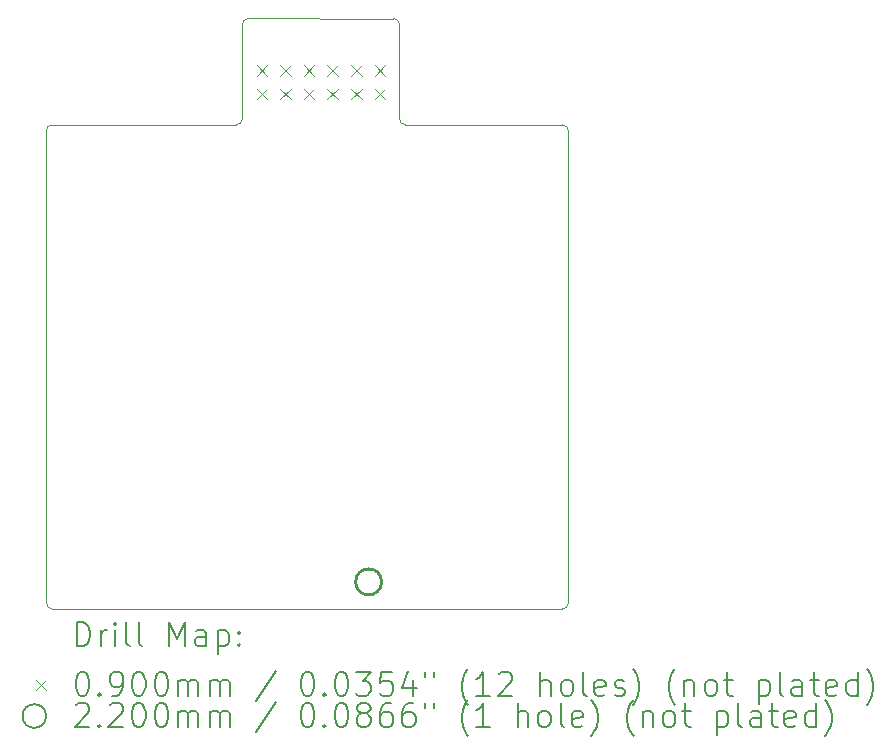
<source format=gbr>
%TF.GenerationSoftware,KiCad,Pcbnew,8.0.2*%
%TF.CreationDate,2024-08-07T22:56:26+12:00*%
%TF.ProjectId,FYP_P2_2,4659505f-5032-45f3-922e-6b696361645f,rev?*%
%TF.SameCoordinates,Original*%
%TF.FileFunction,Drillmap*%
%TF.FilePolarity,Positive*%
%FSLAX45Y45*%
G04 Gerber Fmt 4.5, Leading zero omitted, Abs format (unit mm)*
G04 Created by KiCad (PCBNEW 8.0.2) date 2024-08-07 22:56:26*
%MOMM*%
%LPD*%
G01*
G04 APERTURE LIST*
%ADD10C,0.050000*%
%ADD11C,0.200000*%
%ADD12C,0.100000*%
%ADD13C,0.220000*%
G04 APERTURE END LIST*
D10*
X14129645Y-7709645D02*
G75*
G02*
X14179635Y-7759645I-5J-49995D01*
G01*
X9761167Y-11759199D02*
X9761167Y-7759199D01*
X9801361Y-7710170D02*
X11370000Y-7710000D01*
X11420000Y-6860000D02*
G75*
G02*
X11470000Y-6810000I50000J0D01*
G01*
X12800000Y-7709645D02*
X14129645Y-7709645D01*
X11470000Y-6810000D02*
X12699645Y-6810355D01*
X14129645Y-11809645D02*
X9811167Y-11809199D01*
X12699645Y-6810355D02*
G75*
G02*
X12749645Y-6860355I-5J-50005D01*
G01*
X9761167Y-7759199D02*
G75*
G02*
X9801361Y-7710169I50003J-1D01*
G01*
X9811167Y-11809199D02*
G75*
G02*
X9761171Y-11759199I3J49999D01*
G01*
X14179645Y-11759645D02*
G75*
G02*
X14129645Y-11809645I-50005J5D01*
G01*
X12749645Y-6860355D02*
X12750000Y-7659645D01*
X14179645Y-7759645D02*
X14179645Y-11759645D01*
X11420000Y-7660000D02*
X11420000Y-6860000D01*
X11420000Y-7660000D02*
G75*
G02*
X11370000Y-7710000I-50000J0D01*
G01*
X12800000Y-7709645D02*
G75*
G02*
X12749995Y-7659645I0J50005D01*
G01*
D11*
D12*
X11540000Y-7205000D02*
X11630000Y-7295000D01*
X11630000Y-7205000D02*
X11540000Y-7295000D01*
X11540000Y-7405000D02*
X11630000Y-7495000D01*
X11630000Y-7405000D02*
X11540000Y-7495000D01*
X11740000Y-7205000D02*
X11830000Y-7295000D01*
X11830000Y-7205000D02*
X11740000Y-7295000D01*
X11740000Y-7405000D02*
X11830000Y-7495000D01*
X11830000Y-7405000D02*
X11740000Y-7495000D01*
X11940000Y-7205000D02*
X12030000Y-7295000D01*
X12030000Y-7205000D02*
X11940000Y-7295000D01*
X11940000Y-7405000D02*
X12030000Y-7495000D01*
X12030000Y-7405000D02*
X11940000Y-7495000D01*
X12140000Y-7205000D02*
X12230000Y-7295000D01*
X12230000Y-7205000D02*
X12140000Y-7295000D01*
X12140000Y-7405000D02*
X12230000Y-7495000D01*
X12230000Y-7405000D02*
X12140000Y-7495000D01*
X12340000Y-7205000D02*
X12430000Y-7295000D01*
X12430000Y-7205000D02*
X12340000Y-7295000D01*
X12340000Y-7405000D02*
X12430000Y-7495000D01*
X12430000Y-7405000D02*
X12340000Y-7495000D01*
X12540000Y-7205000D02*
X12630000Y-7295000D01*
X12630000Y-7205000D02*
X12540000Y-7295000D01*
X12540000Y-7405000D02*
X12630000Y-7495000D01*
X12630000Y-7405000D02*
X12540000Y-7495000D01*
D13*
X12599000Y-11580000D02*
G75*
G02*
X12379000Y-11580000I-110000J0D01*
G01*
X12379000Y-11580000D02*
G75*
G02*
X12599000Y-11580000I110000J0D01*
G01*
D11*
X10019444Y-12123628D02*
X10019444Y-11923628D01*
X10019444Y-11923628D02*
X10067063Y-11923628D01*
X10067063Y-11923628D02*
X10095634Y-11933152D01*
X10095634Y-11933152D02*
X10114682Y-11952200D01*
X10114682Y-11952200D02*
X10124206Y-11971247D01*
X10124206Y-11971247D02*
X10133730Y-12009343D01*
X10133730Y-12009343D02*
X10133730Y-12037914D01*
X10133730Y-12037914D02*
X10124206Y-12076009D01*
X10124206Y-12076009D02*
X10114682Y-12095057D01*
X10114682Y-12095057D02*
X10095634Y-12114105D01*
X10095634Y-12114105D02*
X10067063Y-12123628D01*
X10067063Y-12123628D02*
X10019444Y-12123628D01*
X10219444Y-12123628D02*
X10219444Y-11990295D01*
X10219444Y-12028390D02*
X10228968Y-12009343D01*
X10228968Y-12009343D02*
X10238492Y-11999819D01*
X10238492Y-11999819D02*
X10257539Y-11990295D01*
X10257539Y-11990295D02*
X10276587Y-11990295D01*
X10343253Y-12123628D02*
X10343253Y-11990295D01*
X10343253Y-11923628D02*
X10333730Y-11933152D01*
X10333730Y-11933152D02*
X10343253Y-11942676D01*
X10343253Y-11942676D02*
X10352777Y-11933152D01*
X10352777Y-11933152D02*
X10343253Y-11923628D01*
X10343253Y-11923628D02*
X10343253Y-11942676D01*
X10467063Y-12123628D02*
X10448015Y-12114105D01*
X10448015Y-12114105D02*
X10438492Y-12095057D01*
X10438492Y-12095057D02*
X10438492Y-11923628D01*
X10571825Y-12123628D02*
X10552777Y-12114105D01*
X10552777Y-12114105D02*
X10543253Y-12095057D01*
X10543253Y-12095057D02*
X10543253Y-11923628D01*
X10800396Y-12123628D02*
X10800396Y-11923628D01*
X10800396Y-11923628D02*
X10867063Y-12066486D01*
X10867063Y-12066486D02*
X10933730Y-11923628D01*
X10933730Y-11923628D02*
X10933730Y-12123628D01*
X11114682Y-12123628D02*
X11114682Y-12018867D01*
X11114682Y-12018867D02*
X11105158Y-11999819D01*
X11105158Y-11999819D02*
X11086111Y-11990295D01*
X11086111Y-11990295D02*
X11048015Y-11990295D01*
X11048015Y-11990295D02*
X11028968Y-11999819D01*
X11114682Y-12114105D02*
X11095634Y-12123628D01*
X11095634Y-12123628D02*
X11048015Y-12123628D01*
X11048015Y-12123628D02*
X11028968Y-12114105D01*
X11028968Y-12114105D02*
X11019444Y-12095057D01*
X11019444Y-12095057D02*
X11019444Y-12076009D01*
X11019444Y-12076009D02*
X11028968Y-12056962D01*
X11028968Y-12056962D02*
X11048015Y-12047438D01*
X11048015Y-12047438D02*
X11095634Y-12047438D01*
X11095634Y-12047438D02*
X11114682Y-12037914D01*
X11209920Y-11990295D02*
X11209920Y-12190295D01*
X11209920Y-11999819D02*
X11228968Y-11990295D01*
X11228968Y-11990295D02*
X11267063Y-11990295D01*
X11267063Y-11990295D02*
X11286111Y-11999819D01*
X11286111Y-11999819D02*
X11295634Y-12009343D01*
X11295634Y-12009343D02*
X11305158Y-12028390D01*
X11305158Y-12028390D02*
X11305158Y-12085533D01*
X11305158Y-12085533D02*
X11295634Y-12104581D01*
X11295634Y-12104581D02*
X11286111Y-12114105D01*
X11286111Y-12114105D02*
X11267063Y-12123628D01*
X11267063Y-12123628D02*
X11228968Y-12123628D01*
X11228968Y-12123628D02*
X11209920Y-12114105D01*
X11390872Y-12104581D02*
X11400396Y-12114105D01*
X11400396Y-12114105D02*
X11390872Y-12123628D01*
X11390872Y-12123628D02*
X11381349Y-12114105D01*
X11381349Y-12114105D02*
X11390872Y-12104581D01*
X11390872Y-12104581D02*
X11390872Y-12123628D01*
X11390872Y-11999819D02*
X11400396Y-12009343D01*
X11400396Y-12009343D02*
X11390872Y-12018867D01*
X11390872Y-12018867D02*
X11381349Y-12009343D01*
X11381349Y-12009343D02*
X11390872Y-11999819D01*
X11390872Y-11999819D02*
X11390872Y-12018867D01*
D12*
X9668667Y-12407145D02*
X9758667Y-12497145D01*
X9758667Y-12407145D02*
X9668667Y-12497145D01*
D11*
X10057539Y-12343628D02*
X10076587Y-12343628D01*
X10076587Y-12343628D02*
X10095634Y-12353152D01*
X10095634Y-12353152D02*
X10105158Y-12362676D01*
X10105158Y-12362676D02*
X10114682Y-12381724D01*
X10114682Y-12381724D02*
X10124206Y-12419819D01*
X10124206Y-12419819D02*
X10124206Y-12467438D01*
X10124206Y-12467438D02*
X10114682Y-12505533D01*
X10114682Y-12505533D02*
X10105158Y-12524581D01*
X10105158Y-12524581D02*
X10095634Y-12534105D01*
X10095634Y-12534105D02*
X10076587Y-12543628D01*
X10076587Y-12543628D02*
X10057539Y-12543628D01*
X10057539Y-12543628D02*
X10038492Y-12534105D01*
X10038492Y-12534105D02*
X10028968Y-12524581D01*
X10028968Y-12524581D02*
X10019444Y-12505533D01*
X10019444Y-12505533D02*
X10009920Y-12467438D01*
X10009920Y-12467438D02*
X10009920Y-12419819D01*
X10009920Y-12419819D02*
X10019444Y-12381724D01*
X10019444Y-12381724D02*
X10028968Y-12362676D01*
X10028968Y-12362676D02*
X10038492Y-12353152D01*
X10038492Y-12353152D02*
X10057539Y-12343628D01*
X10209920Y-12524581D02*
X10219444Y-12534105D01*
X10219444Y-12534105D02*
X10209920Y-12543628D01*
X10209920Y-12543628D02*
X10200396Y-12534105D01*
X10200396Y-12534105D02*
X10209920Y-12524581D01*
X10209920Y-12524581D02*
X10209920Y-12543628D01*
X10314682Y-12543628D02*
X10352777Y-12543628D01*
X10352777Y-12543628D02*
X10371825Y-12534105D01*
X10371825Y-12534105D02*
X10381349Y-12524581D01*
X10381349Y-12524581D02*
X10400396Y-12496009D01*
X10400396Y-12496009D02*
X10409920Y-12457914D01*
X10409920Y-12457914D02*
X10409920Y-12381724D01*
X10409920Y-12381724D02*
X10400396Y-12362676D01*
X10400396Y-12362676D02*
X10390873Y-12353152D01*
X10390873Y-12353152D02*
X10371825Y-12343628D01*
X10371825Y-12343628D02*
X10333730Y-12343628D01*
X10333730Y-12343628D02*
X10314682Y-12353152D01*
X10314682Y-12353152D02*
X10305158Y-12362676D01*
X10305158Y-12362676D02*
X10295634Y-12381724D01*
X10295634Y-12381724D02*
X10295634Y-12429343D01*
X10295634Y-12429343D02*
X10305158Y-12448390D01*
X10305158Y-12448390D02*
X10314682Y-12457914D01*
X10314682Y-12457914D02*
X10333730Y-12467438D01*
X10333730Y-12467438D02*
X10371825Y-12467438D01*
X10371825Y-12467438D02*
X10390873Y-12457914D01*
X10390873Y-12457914D02*
X10400396Y-12448390D01*
X10400396Y-12448390D02*
X10409920Y-12429343D01*
X10533730Y-12343628D02*
X10552777Y-12343628D01*
X10552777Y-12343628D02*
X10571825Y-12353152D01*
X10571825Y-12353152D02*
X10581349Y-12362676D01*
X10581349Y-12362676D02*
X10590873Y-12381724D01*
X10590873Y-12381724D02*
X10600396Y-12419819D01*
X10600396Y-12419819D02*
X10600396Y-12467438D01*
X10600396Y-12467438D02*
X10590873Y-12505533D01*
X10590873Y-12505533D02*
X10581349Y-12524581D01*
X10581349Y-12524581D02*
X10571825Y-12534105D01*
X10571825Y-12534105D02*
X10552777Y-12543628D01*
X10552777Y-12543628D02*
X10533730Y-12543628D01*
X10533730Y-12543628D02*
X10514682Y-12534105D01*
X10514682Y-12534105D02*
X10505158Y-12524581D01*
X10505158Y-12524581D02*
X10495634Y-12505533D01*
X10495634Y-12505533D02*
X10486111Y-12467438D01*
X10486111Y-12467438D02*
X10486111Y-12419819D01*
X10486111Y-12419819D02*
X10495634Y-12381724D01*
X10495634Y-12381724D02*
X10505158Y-12362676D01*
X10505158Y-12362676D02*
X10514682Y-12353152D01*
X10514682Y-12353152D02*
X10533730Y-12343628D01*
X10724206Y-12343628D02*
X10743254Y-12343628D01*
X10743254Y-12343628D02*
X10762301Y-12353152D01*
X10762301Y-12353152D02*
X10771825Y-12362676D01*
X10771825Y-12362676D02*
X10781349Y-12381724D01*
X10781349Y-12381724D02*
X10790873Y-12419819D01*
X10790873Y-12419819D02*
X10790873Y-12467438D01*
X10790873Y-12467438D02*
X10781349Y-12505533D01*
X10781349Y-12505533D02*
X10771825Y-12524581D01*
X10771825Y-12524581D02*
X10762301Y-12534105D01*
X10762301Y-12534105D02*
X10743254Y-12543628D01*
X10743254Y-12543628D02*
X10724206Y-12543628D01*
X10724206Y-12543628D02*
X10705158Y-12534105D01*
X10705158Y-12534105D02*
X10695634Y-12524581D01*
X10695634Y-12524581D02*
X10686111Y-12505533D01*
X10686111Y-12505533D02*
X10676587Y-12467438D01*
X10676587Y-12467438D02*
X10676587Y-12419819D01*
X10676587Y-12419819D02*
X10686111Y-12381724D01*
X10686111Y-12381724D02*
X10695634Y-12362676D01*
X10695634Y-12362676D02*
X10705158Y-12353152D01*
X10705158Y-12353152D02*
X10724206Y-12343628D01*
X10876587Y-12543628D02*
X10876587Y-12410295D01*
X10876587Y-12429343D02*
X10886111Y-12419819D01*
X10886111Y-12419819D02*
X10905158Y-12410295D01*
X10905158Y-12410295D02*
X10933730Y-12410295D01*
X10933730Y-12410295D02*
X10952777Y-12419819D01*
X10952777Y-12419819D02*
X10962301Y-12438867D01*
X10962301Y-12438867D02*
X10962301Y-12543628D01*
X10962301Y-12438867D02*
X10971825Y-12419819D01*
X10971825Y-12419819D02*
X10990873Y-12410295D01*
X10990873Y-12410295D02*
X11019444Y-12410295D01*
X11019444Y-12410295D02*
X11038492Y-12419819D01*
X11038492Y-12419819D02*
X11048015Y-12438867D01*
X11048015Y-12438867D02*
X11048015Y-12543628D01*
X11143254Y-12543628D02*
X11143254Y-12410295D01*
X11143254Y-12429343D02*
X11152777Y-12419819D01*
X11152777Y-12419819D02*
X11171825Y-12410295D01*
X11171825Y-12410295D02*
X11200396Y-12410295D01*
X11200396Y-12410295D02*
X11219444Y-12419819D01*
X11219444Y-12419819D02*
X11228968Y-12438867D01*
X11228968Y-12438867D02*
X11228968Y-12543628D01*
X11228968Y-12438867D02*
X11238492Y-12419819D01*
X11238492Y-12419819D02*
X11257539Y-12410295D01*
X11257539Y-12410295D02*
X11286111Y-12410295D01*
X11286111Y-12410295D02*
X11305158Y-12419819D01*
X11305158Y-12419819D02*
X11314682Y-12438867D01*
X11314682Y-12438867D02*
X11314682Y-12543628D01*
X11705158Y-12334105D02*
X11533730Y-12591247D01*
X11962301Y-12343628D02*
X11981349Y-12343628D01*
X11981349Y-12343628D02*
X12000396Y-12353152D01*
X12000396Y-12353152D02*
X12009920Y-12362676D01*
X12009920Y-12362676D02*
X12019444Y-12381724D01*
X12019444Y-12381724D02*
X12028968Y-12419819D01*
X12028968Y-12419819D02*
X12028968Y-12467438D01*
X12028968Y-12467438D02*
X12019444Y-12505533D01*
X12019444Y-12505533D02*
X12009920Y-12524581D01*
X12009920Y-12524581D02*
X12000396Y-12534105D01*
X12000396Y-12534105D02*
X11981349Y-12543628D01*
X11981349Y-12543628D02*
X11962301Y-12543628D01*
X11962301Y-12543628D02*
X11943254Y-12534105D01*
X11943254Y-12534105D02*
X11933730Y-12524581D01*
X11933730Y-12524581D02*
X11924206Y-12505533D01*
X11924206Y-12505533D02*
X11914682Y-12467438D01*
X11914682Y-12467438D02*
X11914682Y-12419819D01*
X11914682Y-12419819D02*
X11924206Y-12381724D01*
X11924206Y-12381724D02*
X11933730Y-12362676D01*
X11933730Y-12362676D02*
X11943254Y-12353152D01*
X11943254Y-12353152D02*
X11962301Y-12343628D01*
X12114682Y-12524581D02*
X12124206Y-12534105D01*
X12124206Y-12534105D02*
X12114682Y-12543628D01*
X12114682Y-12543628D02*
X12105158Y-12534105D01*
X12105158Y-12534105D02*
X12114682Y-12524581D01*
X12114682Y-12524581D02*
X12114682Y-12543628D01*
X12248015Y-12343628D02*
X12267063Y-12343628D01*
X12267063Y-12343628D02*
X12286111Y-12353152D01*
X12286111Y-12353152D02*
X12295635Y-12362676D01*
X12295635Y-12362676D02*
X12305158Y-12381724D01*
X12305158Y-12381724D02*
X12314682Y-12419819D01*
X12314682Y-12419819D02*
X12314682Y-12467438D01*
X12314682Y-12467438D02*
X12305158Y-12505533D01*
X12305158Y-12505533D02*
X12295635Y-12524581D01*
X12295635Y-12524581D02*
X12286111Y-12534105D01*
X12286111Y-12534105D02*
X12267063Y-12543628D01*
X12267063Y-12543628D02*
X12248015Y-12543628D01*
X12248015Y-12543628D02*
X12228968Y-12534105D01*
X12228968Y-12534105D02*
X12219444Y-12524581D01*
X12219444Y-12524581D02*
X12209920Y-12505533D01*
X12209920Y-12505533D02*
X12200396Y-12467438D01*
X12200396Y-12467438D02*
X12200396Y-12419819D01*
X12200396Y-12419819D02*
X12209920Y-12381724D01*
X12209920Y-12381724D02*
X12219444Y-12362676D01*
X12219444Y-12362676D02*
X12228968Y-12353152D01*
X12228968Y-12353152D02*
X12248015Y-12343628D01*
X12381349Y-12343628D02*
X12505158Y-12343628D01*
X12505158Y-12343628D02*
X12438492Y-12419819D01*
X12438492Y-12419819D02*
X12467063Y-12419819D01*
X12467063Y-12419819D02*
X12486111Y-12429343D01*
X12486111Y-12429343D02*
X12495635Y-12438867D01*
X12495635Y-12438867D02*
X12505158Y-12457914D01*
X12505158Y-12457914D02*
X12505158Y-12505533D01*
X12505158Y-12505533D02*
X12495635Y-12524581D01*
X12495635Y-12524581D02*
X12486111Y-12534105D01*
X12486111Y-12534105D02*
X12467063Y-12543628D01*
X12467063Y-12543628D02*
X12409920Y-12543628D01*
X12409920Y-12543628D02*
X12390873Y-12534105D01*
X12390873Y-12534105D02*
X12381349Y-12524581D01*
X12686111Y-12343628D02*
X12590873Y-12343628D01*
X12590873Y-12343628D02*
X12581349Y-12438867D01*
X12581349Y-12438867D02*
X12590873Y-12429343D01*
X12590873Y-12429343D02*
X12609920Y-12419819D01*
X12609920Y-12419819D02*
X12657539Y-12419819D01*
X12657539Y-12419819D02*
X12676587Y-12429343D01*
X12676587Y-12429343D02*
X12686111Y-12438867D01*
X12686111Y-12438867D02*
X12695635Y-12457914D01*
X12695635Y-12457914D02*
X12695635Y-12505533D01*
X12695635Y-12505533D02*
X12686111Y-12524581D01*
X12686111Y-12524581D02*
X12676587Y-12534105D01*
X12676587Y-12534105D02*
X12657539Y-12543628D01*
X12657539Y-12543628D02*
X12609920Y-12543628D01*
X12609920Y-12543628D02*
X12590873Y-12534105D01*
X12590873Y-12534105D02*
X12581349Y-12524581D01*
X12867063Y-12410295D02*
X12867063Y-12543628D01*
X12819444Y-12334105D02*
X12771825Y-12476962D01*
X12771825Y-12476962D02*
X12895635Y-12476962D01*
X12962301Y-12343628D02*
X12962301Y-12381724D01*
X13038492Y-12343628D02*
X13038492Y-12381724D01*
X13333730Y-12619819D02*
X13324206Y-12610295D01*
X13324206Y-12610295D02*
X13305158Y-12581724D01*
X13305158Y-12581724D02*
X13295635Y-12562676D01*
X13295635Y-12562676D02*
X13286111Y-12534105D01*
X13286111Y-12534105D02*
X13276587Y-12486486D01*
X13276587Y-12486486D02*
X13276587Y-12448390D01*
X13276587Y-12448390D02*
X13286111Y-12400771D01*
X13286111Y-12400771D02*
X13295635Y-12372200D01*
X13295635Y-12372200D02*
X13305158Y-12353152D01*
X13305158Y-12353152D02*
X13324206Y-12324581D01*
X13324206Y-12324581D02*
X13333730Y-12315057D01*
X13514682Y-12543628D02*
X13400397Y-12543628D01*
X13457539Y-12543628D02*
X13457539Y-12343628D01*
X13457539Y-12343628D02*
X13438492Y-12372200D01*
X13438492Y-12372200D02*
X13419444Y-12391247D01*
X13419444Y-12391247D02*
X13400397Y-12400771D01*
X13590873Y-12362676D02*
X13600397Y-12353152D01*
X13600397Y-12353152D02*
X13619444Y-12343628D01*
X13619444Y-12343628D02*
X13667063Y-12343628D01*
X13667063Y-12343628D02*
X13686111Y-12353152D01*
X13686111Y-12353152D02*
X13695635Y-12362676D01*
X13695635Y-12362676D02*
X13705158Y-12381724D01*
X13705158Y-12381724D02*
X13705158Y-12400771D01*
X13705158Y-12400771D02*
X13695635Y-12429343D01*
X13695635Y-12429343D02*
X13581349Y-12543628D01*
X13581349Y-12543628D02*
X13705158Y-12543628D01*
X13943254Y-12543628D02*
X13943254Y-12343628D01*
X14028968Y-12543628D02*
X14028968Y-12438867D01*
X14028968Y-12438867D02*
X14019444Y-12419819D01*
X14019444Y-12419819D02*
X14000397Y-12410295D01*
X14000397Y-12410295D02*
X13971825Y-12410295D01*
X13971825Y-12410295D02*
X13952778Y-12419819D01*
X13952778Y-12419819D02*
X13943254Y-12429343D01*
X14152778Y-12543628D02*
X14133730Y-12534105D01*
X14133730Y-12534105D02*
X14124206Y-12524581D01*
X14124206Y-12524581D02*
X14114682Y-12505533D01*
X14114682Y-12505533D02*
X14114682Y-12448390D01*
X14114682Y-12448390D02*
X14124206Y-12429343D01*
X14124206Y-12429343D02*
X14133730Y-12419819D01*
X14133730Y-12419819D02*
X14152778Y-12410295D01*
X14152778Y-12410295D02*
X14181349Y-12410295D01*
X14181349Y-12410295D02*
X14200397Y-12419819D01*
X14200397Y-12419819D02*
X14209920Y-12429343D01*
X14209920Y-12429343D02*
X14219444Y-12448390D01*
X14219444Y-12448390D02*
X14219444Y-12505533D01*
X14219444Y-12505533D02*
X14209920Y-12524581D01*
X14209920Y-12524581D02*
X14200397Y-12534105D01*
X14200397Y-12534105D02*
X14181349Y-12543628D01*
X14181349Y-12543628D02*
X14152778Y-12543628D01*
X14333730Y-12543628D02*
X14314682Y-12534105D01*
X14314682Y-12534105D02*
X14305159Y-12515057D01*
X14305159Y-12515057D02*
X14305159Y-12343628D01*
X14486111Y-12534105D02*
X14467063Y-12543628D01*
X14467063Y-12543628D02*
X14428968Y-12543628D01*
X14428968Y-12543628D02*
X14409920Y-12534105D01*
X14409920Y-12534105D02*
X14400397Y-12515057D01*
X14400397Y-12515057D02*
X14400397Y-12438867D01*
X14400397Y-12438867D02*
X14409920Y-12419819D01*
X14409920Y-12419819D02*
X14428968Y-12410295D01*
X14428968Y-12410295D02*
X14467063Y-12410295D01*
X14467063Y-12410295D02*
X14486111Y-12419819D01*
X14486111Y-12419819D02*
X14495635Y-12438867D01*
X14495635Y-12438867D02*
X14495635Y-12457914D01*
X14495635Y-12457914D02*
X14400397Y-12476962D01*
X14571825Y-12534105D02*
X14590873Y-12543628D01*
X14590873Y-12543628D02*
X14628968Y-12543628D01*
X14628968Y-12543628D02*
X14648016Y-12534105D01*
X14648016Y-12534105D02*
X14657540Y-12515057D01*
X14657540Y-12515057D02*
X14657540Y-12505533D01*
X14657540Y-12505533D02*
X14648016Y-12486486D01*
X14648016Y-12486486D02*
X14628968Y-12476962D01*
X14628968Y-12476962D02*
X14600397Y-12476962D01*
X14600397Y-12476962D02*
X14581349Y-12467438D01*
X14581349Y-12467438D02*
X14571825Y-12448390D01*
X14571825Y-12448390D02*
X14571825Y-12438867D01*
X14571825Y-12438867D02*
X14581349Y-12419819D01*
X14581349Y-12419819D02*
X14600397Y-12410295D01*
X14600397Y-12410295D02*
X14628968Y-12410295D01*
X14628968Y-12410295D02*
X14648016Y-12419819D01*
X14724206Y-12619819D02*
X14733730Y-12610295D01*
X14733730Y-12610295D02*
X14752778Y-12581724D01*
X14752778Y-12581724D02*
X14762301Y-12562676D01*
X14762301Y-12562676D02*
X14771825Y-12534105D01*
X14771825Y-12534105D02*
X14781349Y-12486486D01*
X14781349Y-12486486D02*
X14781349Y-12448390D01*
X14781349Y-12448390D02*
X14771825Y-12400771D01*
X14771825Y-12400771D02*
X14762301Y-12372200D01*
X14762301Y-12372200D02*
X14752778Y-12353152D01*
X14752778Y-12353152D02*
X14733730Y-12324581D01*
X14733730Y-12324581D02*
X14724206Y-12315057D01*
X15086111Y-12619819D02*
X15076587Y-12610295D01*
X15076587Y-12610295D02*
X15057540Y-12581724D01*
X15057540Y-12581724D02*
X15048016Y-12562676D01*
X15048016Y-12562676D02*
X15038492Y-12534105D01*
X15038492Y-12534105D02*
X15028968Y-12486486D01*
X15028968Y-12486486D02*
X15028968Y-12448390D01*
X15028968Y-12448390D02*
X15038492Y-12400771D01*
X15038492Y-12400771D02*
X15048016Y-12372200D01*
X15048016Y-12372200D02*
X15057540Y-12353152D01*
X15057540Y-12353152D02*
X15076587Y-12324581D01*
X15076587Y-12324581D02*
X15086111Y-12315057D01*
X15162301Y-12410295D02*
X15162301Y-12543628D01*
X15162301Y-12429343D02*
X15171825Y-12419819D01*
X15171825Y-12419819D02*
X15190873Y-12410295D01*
X15190873Y-12410295D02*
X15219444Y-12410295D01*
X15219444Y-12410295D02*
X15238492Y-12419819D01*
X15238492Y-12419819D02*
X15248016Y-12438867D01*
X15248016Y-12438867D02*
X15248016Y-12543628D01*
X15371825Y-12543628D02*
X15352778Y-12534105D01*
X15352778Y-12534105D02*
X15343254Y-12524581D01*
X15343254Y-12524581D02*
X15333730Y-12505533D01*
X15333730Y-12505533D02*
X15333730Y-12448390D01*
X15333730Y-12448390D02*
X15343254Y-12429343D01*
X15343254Y-12429343D02*
X15352778Y-12419819D01*
X15352778Y-12419819D02*
X15371825Y-12410295D01*
X15371825Y-12410295D02*
X15400397Y-12410295D01*
X15400397Y-12410295D02*
X15419444Y-12419819D01*
X15419444Y-12419819D02*
X15428968Y-12429343D01*
X15428968Y-12429343D02*
X15438492Y-12448390D01*
X15438492Y-12448390D02*
X15438492Y-12505533D01*
X15438492Y-12505533D02*
X15428968Y-12524581D01*
X15428968Y-12524581D02*
X15419444Y-12534105D01*
X15419444Y-12534105D02*
X15400397Y-12543628D01*
X15400397Y-12543628D02*
X15371825Y-12543628D01*
X15495635Y-12410295D02*
X15571825Y-12410295D01*
X15524206Y-12343628D02*
X15524206Y-12515057D01*
X15524206Y-12515057D02*
X15533730Y-12534105D01*
X15533730Y-12534105D02*
X15552778Y-12543628D01*
X15552778Y-12543628D02*
X15571825Y-12543628D01*
X15790873Y-12410295D02*
X15790873Y-12610295D01*
X15790873Y-12419819D02*
X15809921Y-12410295D01*
X15809921Y-12410295D02*
X15848016Y-12410295D01*
X15848016Y-12410295D02*
X15867063Y-12419819D01*
X15867063Y-12419819D02*
X15876587Y-12429343D01*
X15876587Y-12429343D02*
X15886111Y-12448390D01*
X15886111Y-12448390D02*
X15886111Y-12505533D01*
X15886111Y-12505533D02*
X15876587Y-12524581D01*
X15876587Y-12524581D02*
X15867063Y-12534105D01*
X15867063Y-12534105D02*
X15848016Y-12543628D01*
X15848016Y-12543628D02*
X15809921Y-12543628D01*
X15809921Y-12543628D02*
X15790873Y-12534105D01*
X16000397Y-12543628D02*
X15981349Y-12534105D01*
X15981349Y-12534105D02*
X15971825Y-12515057D01*
X15971825Y-12515057D02*
X15971825Y-12343628D01*
X16162302Y-12543628D02*
X16162302Y-12438867D01*
X16162302Y-12438867D02*
X16152778Y-12419819D01*
X16152778Y-12419819D02*
X16133730Y-12410295D01*
X16133730Y-12410295D02*
X16095635Y-12410295D01*
X16095635Y-12410295D02*
X16076587Y-12419819D01*
X16162302Y-12534105D02*
X16143254Y-12543628D01*
X16143254Y-12543628D02*
X16095635Y-12543628D01*
X16095635Y-12543628D02*
X16076587Y-12534105D01*
X16076587Y-12534105D02*
X16067063Y-12515057D01*
X16067063Y-12515057D02*
X16067063Y-12496009D01*
X16067063Y-12496009D02*
X16076587Y-12476962D01*
X16076587Y-12476962D02*
X16095635Y-12467438D01*
X16095635Y-12467438D02*
X16143254Y-12467438D01*
X16143254Y-12467438D02*
X16162302Y-12457914D01*
X16228968Y-12410295D02*
X16305159Y-12410295D01*
X16257540Y-12343628D02*
X16257540Y-12515057D01*
X16257540Y-12515057D02*
X16267063Y-12534105D01*
X16267063Y-12534105D02*
X16286111Y-12543628D01*
X16286111Y-12543628D02*
X16305159Y-12543628D01*
X16448016Y-12534105D02*
X16428968Y-12543628D01*
X16428968Y-12543628D02*
X16390873Y-12543628D01*
X16390873Y-12543628D02*
X16371825Y-12534105D01*
X16371825Y-12534105D02*
X16362302Y-12515057D01*
X16362302Y-12515057D02*
X16362302Y-12438867D01*
X16362302Y-12438867D02*
X16371825Y-12419819D01*
X16371825Y-12419819D02*
X16390873Y-12410295D01*
X16390873Y-12410295D02*
X16428968Y-12410295D01*
X16428968Y-12410295D02*
X16448016Y-12419819D01*
X16448016Y-12419819D02*
X16457540Y-12438867D01*
X16457540Y-12438867D02*
X16457540Y-12457914D01*
X16457540Y-12457914D02*
X16362302Y-12476962D01*
X16628968Y-12543628D02*
X16628968Y-12343628D01*
X16628968Y-12534105D02*
X16609921Y-12543628D01*
X16609921Y-12543628D02*
X16571825Y-12543628D01*
X16571825Y-12543628D02*
X16552778Y-12534105D01*
X16552778Y-12534105D02*
X16543254Y-12524581D01*
X16543254Y-12524581D02*
X16533730Y-12505533D01*
X16533730Y-12505533D02*
X16533730Y-12448390D01*
X16533730Y-12448390D02*
X16543254Y-12429343D01*
X16543254Y-12429343D02*
X16552778Y-12419819D01*
X16552778Y-12419819D02*
X16571825Y-12410295D01*
X16571825Y-12410295D02*
X16609921Y-12410295D01*
X16609921Y-12410295D02*
X16628968Y-12419819D01*
X16705159Y-12619819D02*
X16714683Y-12610295D01*
X16714683Y-12610295D02*
X16733730Y-12581724D01*
X16733730Y-12581724D02*
X16743254Y-12562676D01*
X16743254Y-12562676D02*
X16752778Y-12534105D01*
X16752778Y-12534105D02*
X16762302Y-12486486D01*
X16762302Y-12486486D02*
X16762302Y-12448390D01*
X16762302Y-12448390D02*
X16752778Y-12400771D01*
X16752778Y-12400771D02*
X16743254Y-12372200D01*
X16743254Y-12372200D02*
X16733730Y-12353152D01*
X16733730Y-12353152D02*
X16714683Y-12324581D01*
X16714683Y-12324581D02*
X16705159Y-12315057D01*
X9758667Y-12716145D02*
G75*
G02*
X9558667Y-12716145I-100000J0D01*
G01*
X9558667Y-12716145D02*
G75*
G02*
X9758667Y-12716145I100000J0D01*
G01*
X10009920Y-12626676D02*
X10019444Y-12617152D01*
X10019444Y-12617152D02*
X10038492Y-12607628D01*
X10038492Y-12607628D02*
X10086111Y-12607628D01*
X10086111Y-12607628D02*
X10105158Y-12617152D01*
X10105158Y-12617152D02*
X10114682Y-12626676D01*
X10114682Y-12626676D02*
X10124206Y-12645724D01*
X10124206Y-12645724D02*
X10124206Y-12664771D01*
X10124206Y-12664771D02*
X10114682Y-12693343D01*
X10114682Y-12693343D02*
X10000396Y-12807628D01*
X10000396Y-12807628D02*
X10124206Y-12807628D01*
X10209920Y-12788581D02*
X10219444Y-12798105D01*
X10219444Y-12798105D02*
X10209920Y-12807628D01*
X10209920Y-12807628D02*
X10200396Y-12798105D01*
X10200396Y-12798105D02*
X10209920Y-12788581D01*
X10209920Y-12788581D02*
X10209920Y-12807628D01*
X10295634Y-12626676D02*
X10305158Y-12617152D01*
X10305158Y-12617152D02*
X10324206Y-12607628D01*
X10324206Y-12607628D02*
X10371825Y-12607628D01*
X10371825Y-12607628D02*
X10390873Y-12617152D01*
X10390873Y-12617152D02*
X10400396Y-12626676D01*
X10400396Y-12626676D02*
X10409920Y-12645724D01*
X10409920Y-12645724D02*
X10409920Y-12664771D01*
X10409920Y-12664771D02*
X10400396Y-12693343D01*
X10400396Y-12693343D02*
X10286111Y-12807628D01*
X10286111Y-12807628D02*
X10409920Y-12807628D01*
X10533730Y-12607628D02*
X10552777Y-12607628D01*
X10552777Y-12607628D02*
X10571825Y-12617152D01*
X10571825Y-12617152D02*
X10581349Y-12626676D01*
X10581349Y-12626676D02*
X10590873Y-12645724D01*
X10590873Y-12645724D02*
X10600396Y-12683819D01*
X10600396Y-12683819D02*
X10600396Y-12731438D01*
X10600396Y-12731438D02*
X10590873Y-12769533D01*
X10590873Y-12769533D02*
X10581349Y-12788581D01*
X10581349Y-12788581D02*
X10571825Y-12798105D01*
X10571825Y-12798105D02*
X10552777Y-12807628D01*
X10552777Y-12807628D02*
X10533730Y-12807628D01*
X10533730Y-12807628D02*
X10514682Y-12798105D01*
X10514682Y-12798105D02*
X10505158Y-12788581D01*
X10505158Y-12788581D02*
X10495634Y-12769533D01*
X10495634Y-12769533D02*
X10486111Y-12731438D01*
X10486111Y-12731438D02*
X10486111Y-12683819D01*
X10486111Y-12683819D02*
X10495634Y-12645724D01*
X10495634Y-12645724D02*
X10505158Y-12626676D01*
X10505158Y-12626676D02*
X10514682Y-12617152D01*
X10514682Y-12617152D02*
X10533730Y-12607628D01*
X10724206Y-12607628D02*
X10743254Y-12607628D01*
X10743254Y-12607628D02*
X10762301Y-12617152D01*
X10762301Y-12617152D02*
X10771825Y-12626676D01*
X10771825Y-12626676D02*
X10781349Y-12645724D01*
X10781349Y-12645724D02*
X10790873Y-12683819D01*
X10790873Y-12683819D02*
X10790873Y-12731438D01*
X10790873Y-12731438D02*
X10781349Y-12769533D01*
X10781349Y-12769533D02*
X10771825Y-12788581D01*
X10771825Y-12788581D02*
X10762301Y-12798105D01*
X10762301Y-12798105D02*
X10743254Y-12807628D01*
X10743254Y-12807628D02*
X10724206Y-12807628D01*
X10724206Y-12807628D02*
X10705158Y-12798105D01*
X10705158Y-12798105D02*
X10695634Y-12788581D01*
X10695634Y-12788581D02*
X10686111Y-12769533D01*
X10686111Y-12769533D02*
X10676587Y-12731438D01*
X10676587Y-12731438D02*
X10676587Y-12683819D01*
X10676587Y-12683819D02*
X10686111Y-12645724D01*
X10686111Y-12645724D02*
X10695634Y-12626676D01*
X10695634Y-12626676D02*
X10705158Y-12617152D01*
X10705158Y-12617152D02*
X10724206Y-12607628D01*
X10876587Y-12807628D02*
X10876587Y-12674295D01*
X10876587Y-12693343D02*
X10886111Y-12683819D01*
X10886111Y-12683819D02*
X10905158Y-12674295D01*
X10905158Y-12674295D02*
X10933730Y-12674295D01*
X10933730Y-12674295D02*
X10952777Y-12683819D01*
X10952777Y-12683819D02*
X10962301Y-12702867D01*
X10962301Y-12702867D02*
X10962301Y-12807628D01*
X10962301Y-12702867D02*
X10971825Y-12683819D01*
X10971825Y-12683819D02*
X10990873Y-12674295D01*
X10990873Y-12674295D02*
X11019444Y-12674295D01*
X11019444Y-12674295D02*
X11038492Y-12683819D01*
X11038492Y-12683819D02*
X11048015Y-12702867D01*
X11048015Y-12702867D02*
X11048015Y-12807628D01*
X11143254Y-12807628D02*
X11143254Y-12674295D01*
X11143254Y-12693343D02*
X11152777Y-12683819D01*
X11152777Y-12683819D02*
X11171825Y-12674295D01*
X11171825Y-12674295D02*
X11200396Y-12674295D01*
X11200396Y-12674295D02*
X11219444Y-12683819D01*
X11219444Y-12683819D02*
X11228968Y-12702867D01*
X11228968Y-12702867D02*
X11228968Y-12807628D01*
X11228968Y-12702867D02*
X11238492Y-12683819D01*
X11238492Y-12683819D02*
X11257539Y-12674295D01*
X11257539Y-12674295D02*
X11286111Y-12674295D01*
X11286111Y-12674295D02*
X11305158Y-12683819D01*
X11305158Y-12683819D02*
X11314682Y-12702867D01*
X11314682Y-12702867D02*
X11314682Y-12807628D01*
X11705158Y-12598105D02*
X11533730Y-12855247D01*
X11962301Y-12607628D02*
X11981349Y-12607628D01*
X11981349Y-12607628D02*
X12000396Y-12617152D01*
X12000396Y-12617152D02*
X12009920Y-12626676D01*
X12009920Y-12626676D02*
X12019444Y-12645724D01*
X12019444Y-12645724D02*
X12028968Y-12683819D01*
X12028968Y-12683819D02*
X12028968Y-12731438D01*
X12028968Y-12731438D02*
X12019444Y-12769533D01*
X12019444Y-12769533D02*
X12009920Y-12788581D01*
X12009920Y-12788581D02*
X12000396Y-12798105D01*
X12000396Y-12798105D02*
X11981349Y-12807628D01*
X11981349Y-12807628D02*
X11962301Y-12807628D01*
X11962301Y-12807628D02*
X11943254Y-12798105D01*
X11943254Y-12798105D02*
X11933730Y-12788581D01*
X11933730Y-12788581D02*
X11924206Y-12769533D01*
X11924206Y-12769533D02*
X11914682Y-12731438D01*
X11914682Y-12731438D02*
X11914682Y-12683819D01*
X11914682Y-12683819D02*
X11924206Y-12645724D01*
X11924206Y-12645724D02*
X11933730Y-12626676D01*
X11933730Y-12626676D02*
X11943254Y-12617152D01*
X11943254Y-12617152D02*
X11962301Y-12607628D01*
X12114682Y-12788581D02*
X12124206Y-12798105D01*
X12124206Y-12798105D02*
X12114682Y-12807628D01*
X12114682Y-12807628D02*
X12105158Y-12798105D01*
X12105158Y-12798105D02*
X12114682Y-12788581D01*
X12114682Y-12788581D02*
X12114682Y-12807628D01*
X12248015Y-12607628D02*
X12267063Y-12607628D01*
X12267063Y-12607628D02*
X12286111Y-12617152D01*
X12286111Y-12617152D02*
X12295635Y-12626676D01*
X12295635Y-12626676D02*
X12305158Y-12645724D01*
X12305158Y-12645724D02*
X12314682Y-12683819D01*
X12314682Y-12683819D02*
X12314682Y-12731438D01*
X12314682Y-12731438D02*
X12305158Y-12769533D01*
X12305158Y-12769533D02*
X12295635Y-12788581D01*
X12295635Y-12788581D02*
X12286111Y-12798105D01*
X12286111Y-12798105D02*
X12267063Y-12807628D01*
X12267063Y-12807628D02*
X12248015Y-12807628D01*
X12248015Y-12807628D02*
X12228968Y-12798105D01*
X12228968Y-12798105D02*
X12219444Y-12788581D01*
X12219444Y-12788581D02*
X12209920Y-12769533D01*
X12209920Y-12769533D02*
X12200396Y-12731438D01*
X12200396Y-12731438D02*
X12200396Y-12683819D01*
X12200396Y-12683819D02*
X12209920Y-12645724D01*
X12209920Y-12645724D02*
X12219444Y-12626676D01*
X12219444Y-12626676D02*
X12228968Y-12617152D01*
X12228968Y-12617152D02*
X12248015Y-12607628D01*
X12428968Y-12693343D02*
X12409920Y-12683819D01*
X12409920Y-12683819D02*
X12400396Y-12674295D01*
X12400396Y-12674295D02*
X12390873Y-12655247D01*
X12390873Y-12655247D02*
X12390873Y-12645724D01*
X12390873Y-12645724D02*
X12400396Y-12626676D01*
X12400396Y-12626676D02*
X12409920Y-12617152D01*
X12409920Y-12617152D02*
X12428968Y-12607628D01*
X12428968Y-12607628D02*
X12467063Y-12607628D01*
X12467063Y-12607628D02*
X12486111Y-12617152D01*
X12486111Y-12617152D02*
X12495635Y-12626676D01*
X12495635Y-12626676D02*
X12505158Y-12645724D01*
X12505158Y-12645724D02*
X12505158Y-12655247D01*
X12505158Y-12655247D02*
X12495635Y-12674295D01*
X12495635Y-12674295D02*
X12486111Y-12683819D01*
X12486111Y-12683819D02*
X12467063Y-12693343D01*
X12467063Y-12693343D02*
X12428968Y-12693343D01*
X12428968Y-12693343D02*
X12409920Y-12702867D01*
X12409920Y-12702867D02*
X12400396Y-12712390D01*
X12400396Y-12712390D02*
X12390873Y-12731438D01*
X12390873Y-12731438D02*
X12390873Y-12769533D01*
X12390873Y-12769533D02*
X12400396Y-12788581D01*
X12400396Y-12788581D02*
X12409920Y-12798105D01*
X12409920Y-12798105D02*
X12428968Y-12807628D01*
X12428968Y-12807628D02*
X12467063Y-12807628D01*
X12467063Y-12807628D02*
X12486111Y-12798105D01*
X12486111Y-12798105D02*
X12495635Y-12788581D01*
X12495635Y-12788581D02*
X12505158Y-12769533D01*
X12505158Y-12769533D02*
X12505158Y-12731438D01*
X12505158Y-12731438D02*
X12495635Y-12712390D01*
X12495635Y-12712390D02*
X12486111Y-12702867D01*
X12486111Y-12702867D02*
X12467063Y-12693343D01*
X12676587Y-12607628D02*
X12638492Y-12607628D01*
X12638492Y-12607628D02*
X12619444Y-12617152D01*
X12619444Y-12617152D02*
X12609920Y-12626676D01*
X12609920Y-12626676D02*
X12590873Y-12655247D01*
X12590873Y-12655247D02*
X12581349Y-12693343D01*
X12581349Y-12693343D02*
X12581349Y-12769533D01*
X12581349Y-12769533D02*
X12590873Y-12788581D01*
X12590873Y-12788581D02*
X12600396Y-12798105D01*
X12600396Y-12798105D02*
X12619444Y-12807628D01*
X12619444Y-12807628D02*
X12657539Y-12807628D01*
X12657539Y-12807628D02*
X12676587Y-12798105D01*
X12676587Y-12798105D02*
X12686111Y-12788581D01*
X12686111Y-12788581D02*
X12695635Y-12769533D01*
X12695635Y-12769533D02*
X12695635Y-12721914D01*
X12695635Y-12721914D02*
X12686111Y-12702867D01*
X12686111Y-12702867D02*
X12676587Y-12693343D01*
X12676587Y-12693343D02*
X12657539Y-12683819D01*
X12657539Y-12683819D02*
X12619444Y-12683819D01*
X12619444Y-12683819D02*
X12600396Y-12693343D01*
X12600396Y-12693343D02*
X12590873Y-12702867D01*
X12590873Y-12702867D02*
X12581349Y-12721914D01*
X12867063Y-12607628D02*
X12828968Y-12607628D01*
X12828968Y-12607628D02*
X12809920Y-12617152D01*
X12809920Y-12617152D02*
X12800396Y-12626676D01*
X12800396Y-12626676D02*
X12781349Y-12655247D01*
X12781349Y-12655247D02*
X12771825Y-12693343D01*
X12771825Y-12693343D02*
X12771825Y-12769533D01*
X12771825Y-12769533D02*
X12781349Y-12788581D01*
X12781349Y-12788581D02*
X12790873Y-12798105D01*
X12790873Y-12798105D02*
X12809920Y-12807628D01*
X12809920Y-12807628D02*
X12848016Y-12807628D01*
X12848016Y-12807628D02*
X12867063Y-12798105D01*
X12867063Y-12798105D02*
X12876587Y-12788581D01*
X12876587Y-12788581D02*
X12886111Y-12769533D01*
X12886111Y-12769533D02*
X12886111Y-12721914D01*
X12886111Y-12721914D02*
X12876587Y-12702867D01*
X12876587Y-12702867D02*
X12867063Y-12693343D01*
X12867063Y-12693343D02*
X12848016Y-12683819D01*
X12848016Y-12683819D02*
X12809920Y-12683819D01*
X12809920Y-12683819D02*
X12790873Y-12693343D01*
X12790873Y-12693343D02*
X12781349Y-12702867D01*
X12781349Y-12702867D02*
X12771825Y-12721914D01*
X12962301Y-12607628D02*
X12962301Y-12645724D01*
X13038492Y-12607628D02*
X13038492Y-12645724D01*
X13333730Y-12883819D02*
X13324206Y-12874295D01*
X13324206Y-12874295D02*
X13305158Y-12845724D01*
X13305158Y-12845724D02*
X13295635Y-12826676D01*
X13295635Y-12826676D02*
X13286111Y-12798105D01*
X13286111Y-12798105D02*
X13276587Y-12750486D01*
X13276587Y-12750486D02*
X13276587Y-12712390D01*
X13276587Y-12712390D02*
X13286111Y-12664771D01*
X13286111Y-12664771D02*
X13295635Y-12636200D01*
X13295635Y-12636200D02*
X13305158Y-12617152D01*
X13305158Y-12617152D02*
X13324206Y-12588581D01*
X13324206Y-12588581D02*
X13333730Y-12579057D01*
X13514682Y-12807628D02*
X13400397Y-12807628D01*
X13457539Y-12807628D02*
X13457539Y-12607628D01*
X13457539Y-12607628D02*
X13438492Y-12636200D01*
X13438492Y-12636200D02*
X13419444Y-12655247D01*
X13419444Y-12655247D02*
X13400397Y-12664771D01*
X13752778Y-12807628D02*
X13752778Y-12607628D01*
X13838492Y-12807628D02*
X13838492Y-12702867D01*
X13838492Y-12702867D02*
X13828968Y-12683819D01*
X13828968Y-12683819D02*
X13809920Y-12674295D01*
X13809920Y-12674295D02*
X13781349Y-12674295D01*
X13781349Y-12674295D02*
X13762301Y-12683819D01*
X13762301Y-12683819D02*
X13752778Y-12693343D01*
X13962301Y-12807628D02*
X13943254Y-12798105D01*
X13943254Y-12798105D02*
X13933730Y-12788581D01*
X13933730Y-12788581D02*
X13924206Y-12769533D01*
X13924206Y-12769533D02*
X13924206Y-12712390D01*
X13924206Y-12712390D02*
X13933730Y-12693343D01*
X13933730Y-12693343D02*
X13943254Y-12683819D01*
X13943254Y-12683819D02*
X13962301Y-12674295D01*
X13962301Y-12674295D02*
X13990873Y-12674295D01*
X13990873Y-12674295D02*
X14009920Y-12683819D01*
X14009920Y-12683819D02*
X14019444Y-12693343D01*
X14019444Y-12693343D02*
X14028968Y-12712390D01*
X14028968Y-12712390D02*
X14028968Y-12769533D01*
X14028968Y-12769533D02*
X14019444Y-12788581D01*
X14019444Y-12788581D02*
X14009920Y-12798105D01*
X14009920Y-12798105D02*
X13990873Y-12807628D01*
X13990873Y-12807628D02*
X13962301Y-12807628D01*
X14143254Y-12807628D02*
X14124206Y-12798105D01*
X14124206Y-12798105D02*
X14114682Y-12779057D01*
X14114682Y-12779057D02*
X14114682Y-12607628D01*
X14295635Y-12798105D02*
X14276587Y-12807628D01*
X14276587Y-12807628D02*
X14238492Y-12807628D01*
X14238492Y-12807628D02*
X14219444Y-12798105D01*
X14219444Y-12798105D02*
X14209920Y-12779057D01*
X14209920Y-12779057D02*
X14209920Y-12702867D01*
X14209920Y-12702867D02*
X14219444Y-12683819D01*
X14219444Y-12683819D02*
X14238492Y-12674295D01*
X14238492Y-12674295D02*
X14276587Y-12674295D01*
X14276587Y-12674295D02*
X14295635Y-12683819D01*
X14295635Y-12683819D02*
X14305159Y-12702867D01*
X14305159Y-12702867D02*
X14305159Y-12721914D01*
X14305159Y-12721914D02*
X14209920Y-12740962D01*
X14371825Y-12883819D02*
X14381349Y-12874295D01*
X14381349Y-12874295D02*
X14400397Y-12845724D01*
X14400397Y-12845724D02*
X14409920Y-12826676D01*
X14409920Y-12826676D02*
X14419444Y-12798105D01*
X14419444Y-12798105D02*
X14428968Y-12750486D01*
X14428968Y-12750486D02*
X14428968Y-12712390D01*
X14428968Y-12712390D02*
X14419444Y-12664771D01*
X14419444Y-12664771D02*
X14409920Y-12636200D01*
X14409920Y-12636200D02*
X14400397Y-12617152D01*
X14400397Y-12617152D02*
X14381349Y-12588581D01*
X14381349Y-12588581D02*
X14371825Y-12579057D01*
X14733730Y-12883819D02*
X14724206Y-12874295D01*
X14724206Y-12874295D02*
X14705159Y-12845724D01*
X14705159Y-12845724D02*
X14695635Y-12826676D01*
X14695635Y-12826676D02*
X14686111Y-12798105D01*
X14686111Y-12798105D02*
X14676587Y-12750486D01*
X14676587Y-12750486D02*
X14676587Y-12712390D01*
X14676587Y-12712390D02*
X14686111Y-12664771D01*
X14686111Y-12664771D02*
X14695635Y-12636200D01*
X14695635Y-12636200D02*
X14705159Y-12617152D01*
X14705159Y-12617152D02*
X14724206Y-12588581D01*
X14724206Y-12588581D02*
X14733730Y-12579057D01*
X14809920Y-12674295D02*
X14809920Y-12807628D01*
X14809920Y-12693343D02*
X14819444Y-12683819D01*
X14819444Y-12683819D02*
X14838492Y-12674295D01*
X14838492Y-12674295D02*
X14867063Y-12674295D01*
X14867063Y-12674295D02*
X14886111Y-12683819D01*
X14886111Y-12683819D02*
X14895635Y-12702867D01*
X14895635Y-12702867D02*
X14895635Y-12807628D01*
X15019444Y-12807628D02*
X15000397Y-12798105D01*
X15000397Y-12798105D02*
X14990873Y-12788581D01*
X14990873Y-12788581D02*
X14981349Y-12769533D01*
X14981349Y-12769533D02*
X14981349Y-12712390D01*
X14981349Y-12712390D02*
X14990873Y-12693343D01*
X14990873Y-12693343D02*
X15000397Y-12683819D01*
X15000397Y-12683819D02*
X15019444Y-12674295D01*
X15019444Y-12674295D02*
X15048016Y-12674295D01*
X15048016Y-12674295D02*
X15067063Y-12683819D01*
X15067063Y-12683819D02*
X15076587Y-12693343D01*
X15076587Y-12693343D02*
X15086111Y-12712390D01*
X15086111Y-12712390D02*
X15086111Y-12769533D01*
X15086111Y-12769533D02*
X15076587Y-12788581D01*
X15076587Y-12788581D02*
X15067063Y-12798105D01*
X15067063Y-12798105D02*
X15048016Y-12807628D01*
X15048016Y-12807628D02*
X15019444Y-12807628D01*
X15143254Y-12674295D02*
X15219444Y-12674295D01*
X15171825Y-12607628D02*
X15171825Y-12779057D01*
X15171825Y-12779057D02*
X15181349Y-12798105D01*
X15181349Y-12798105D02*
X15200397Y-12807628D01*
X15200397Y-12807628D02*
X15219444Y-12807628D01*
X15438492Y-12674295D02*
X15438492Y-12874295D01*
X15438492Y-12683819D02*
X15457540Y-12674295D01*
X15457540Y-12674295D02*
X15495635Y-12674295D01*
X15495635Y-12674295D02*
X15514682Y-12683819D01*
X15514682Y-12683819D02*
X15524206Y-12693343D01*
X15524206Y-12693343D02*
X15533730Y-12712390D01*
X15533730Y-12712390D02*
X15533730Y-12769533D01*
X15533730Y-12769533D02*
X15524206Y-12788581D01*
X15524206Y-12788581D02*
X15514682Y-12798105D01*
X15514682Y-12798105D02*
X15495635Y-12807628D01*
X15495635Y-12807628D02*
X15457540Y-12807628D01*
X15457540Y-12807628D02*
X15438492Y-12798105D01*
X15648016Y-12807628D02*
X15628968Y-12798105D01*
X15628968Y-12798105D02*
X15619444Y-12779057D01*
X15619444Y-12779057D02*
X15619444Y-12607628D01*
X15809921Y-12807628D02*
X15809921Y-12702867D01*
X15809921Y-12702867D02*
X15800397Y-12683819D01*
X15800397Y-12683819D02*
X15781349Y-12674295D01*
X15781349Y-12674295D02*
X15743254Y-12674295D01*
X15743254Y-12674295D02*
X15724206Y-12683819D01*
X15809921Y-12798105D02*
X15790873Y-12807628D01*
X15790873Y-12807628D02*
X15743254Y-12807628D01*
X15743254Y-12807628D02*
X15724206Y-12798105D01*
X15724206Y-12798105D02*
X15714682Y-12779057D01*
X15714682Y-12779057D02*
X15714682Y-12760009D01*
X15714682Y-12760009D02*
X15724206Y-12740962D01*
X15724206Y-12740962D02*
X15743254Y-12731438D01*
X15743254Y-12731438D02*
X15790873Y-12731438D01*
X15790873Y-12731438D02*
X15809921Y-12721914D01*
X15876587Y-12674295D02*
X15952778Y-12674295D01*
X15905159Y-12607628D02*
X15905159Y-12779057D01*
X15905159Y-12779057D02*
X15914682Y-12798105D01*
X15914682Y-12798105D02*
X15933730Y-12807628D01*
X15933730Y-12807628D02*
X15952778Y-12807628D01*
X16095635Y-12798105D02*
X16076587Y-12807628D01*
X16076587Y-12807628D02*
X16038492Y-12807628D01*
X16038492Y-12807628D02*
X16019444Y-12798105D01*
X16019444Y-12798105D02*
X16009921Y-12779057D01*
X16009921Y-12779057D02*
X16009921Y-12702867D01*
X16009921Y-12702867D02*
X16019444Y-12683819D01*
X16019444Y-12683819D02*
X16038492Y-12674295D01*
X16038492Y-12674295D02*
X16076587Y-12674295D01*
X16076587Y-12674295D02*
X16095635Y-12683819D01*
X16095635Y-12683819D02*
X16105159Y-12702867D01*
X16105159Y-12702867D02*
X16105159Y-12721914D01*
X16105159Y-12721914D02*
X16009921Y-12740962D01*
X16276587Y-12807628D02*
X16276587Y-12607628D01*
X16276587Y-12798105D02*
X16257540Y-12807628D01*
X16257540Y-12807628D02*
X16219444Y-12807628D01*
X16219444Y-12807628D02*
X16200397Y-12798105D01*
X16200397Y-12798105D02*
X16190873Y-12788581D01*
X16190873Y-12788581D02*
X16181349Y-12769533D01*
X16181349Y-12769533D02*
X16181349Y-12712390D01*
X16181349Y-12712390D02*
X16190873Y-12693343D01*
X16190873Y-12693343D02*
X16200397Y-12683819D01*
X16200397Y-12683819D02*
X16219444Y-12674295D01*
X16219444Y-12674295D02*
X16257540Y-12674295D01*
X16257540Y-12674295D02*
X16276587Y-12683819D01*
X16352778Y-12883819D02*
X16362302Y-12874295D01*
X16362302Y-12874295D02*
X16381349Y-12845724D01*
X16381349Y-12845724D02*
X16390873Y-12826676D01*
X16390873Y-12826676D02*
X16400397Y-12798105D01*
X16400397Y-12798105D02*
X16409921Y-12750486D01*
X16409921Y-12750486D02*
X16409921Y-12712390D01*
X16409921Y-12712390D02*
X16400397Y-12664771D01*
X16400397Y-12664771D02*
X16390873Y-12636200D01*
X16390873Y-12636200D02*
X16381349Y-12617152D01*
X16381349Y-12617152D02*
X16362302Y-12588581D01*
X16362302Y-12588581D02*
X16352778Y-12579057D01*
M02*

</source>
